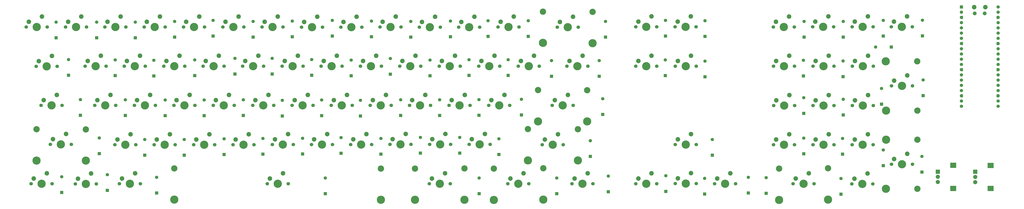
<source format=gbr>
%TF.GenerationSoftware,KiCad,Pcbnew,9.0.2*%
%TF.CreationDate,2025-07-26T17:38:45-10:00*%
%TF.ProjectId,Custom_Keyboard,43757374-6f6d-45f4-9b65-79626f617264,rev?*%
%TF.SameCoordinates,Original*%
%TF.FileFunction,Soldermask,Bot*%
%TF.FilePolarity,Negative*%
%FSLAX46Y46*%
G04 Gerber Fmt 4.6, Leading zero omitted, Abs format (unit mm)*
G04 Created by KiCad (PCBNEW 9.0.2) date 2025-07-26 17:38:45*
%MOMM*%
%LPD*%
G01*
G04 APERTURE LIST*
G04 Aperture macros list*
%AMRoundRect*
0 Rectangle with rounded corners*
0 $1 Rounding radius*
0 $2 $3 $4 $5 $6 $7 $8 $9 X,Y pos of 4 corners*
0 Add a 4 corners polygon primitive as box body*
4,1,4,$2,$3,$4,$5,$6,$7,$8,$9,$2,$3,0*
0 Add four circle primitives for the rounded corners*
1,1,$1+$1,$2,$3*
1,1,$1+$1,$4,$5*
1,1,$1+$1,$6,$7*
1,1,$1+$1,$8,$9*
0 Add four rect primitives between the rounded corners*
20,1,$1+$1,$2,$3,$4,$5,0*
20,1,$1+$1,$4,$5,$6,$7,0*
20,1,$1+$1,$6,$7,$8,$9,0*
20,1,$1+$1,$8,$9,$2,$3,0*%
%AMFreePoly0*
4,1,37,0.603843,0.796157,0.639018,0.796157,0.711114,0.766294,0.766294,0.711114,0.796157,0.639018,0.796157,0.603843,0.800000,0.600000,0.800000,-0.600000,0.796157,-0.603843,0.796157,-0.639018,0.766294,-0.711114,0.711114,-0.766294,0.639018,-0.796157,0.603843,-0.796157,0.600000,-0.800000,0.000000,-0.800000,0.000000,-0.796148,-0.078414,-0.796148,-0.232228,-0.765552,-0.377117,-0.705537,
-0.507515,-0.618408,-0.618408,-0.507515,-0.705537,-0.377117,-0.765552,-0.232228,-0.796148,-0.078414,-0.796148,0.078414,-0.765552,0.232228,-0.705537,0.377117,-0.618408,0.507515,-0.507515,0.618408,-0.377117,0.705537,-0.232228,0.765552,-0.078414,0.796148,0.000000,0.796148,0.000000,0.800000,0.600000,0.800000,0.603843,0.796157,0.603843,0.796157,$1*%
%AMFreePoly1*
4,1,37,0.000000,0.796148,0.078414,0.796148,0.232228,0.765552,0.377117,0.705537,0.507515,0.618408,0.618408,0.507515,0.705537,0.377117,0.765552,0.232228,0.796148,0.078414,0.796148,-0.078414,0.765552,-0.232228,0.705537,-0.377117,0.618408,-0.507515,0.507515,-0.618408,0.377117,-0.705537,0.232228,-0.765552,0.078414,-0.796148,0.000000,-0.796148,0.000000,-0.800000,-0.600000,-0.800000,
-0.603843,-0.796157,-0.639018,-0.796157,-0.711114,-0.766294,-0.766294,-0.711114,-0.796157,-0.639018,-0.796157,-0.603843,-0.800000,-0.600000,-0.800000,0.600000,-0.796157,0.603843,-0.796157,0.639018,-0.766294,0.711114,-0.711114,0.766294,-0.639018,0.796157,-0.603843,0.796157,-0.600000,0.800000,0.000000,0.800000,0.000000,0.796148,0.000000,0.796148,$1*%
G04 Aperture macros list end*
%ADD10C,1.700000*%
%ADD11C,4.000000*%
%ADD12C,2.200000*%
%ADD13RoundRect,0.250000X0.550000X-0.550000X0.550000X0.550000X-0.550000X0.550000X-0.550000X-0.550000X0*%
%ADD14C,1.600000*%
%ADD15C,3.048000*%
%ADD16C,3.987800*%
%ADD17R,2.000000X2.000000*%
%ADD18C,2.000000*%
%ADD19R,3.000000X2.500000*%
%ADD20RoundRect,0.250000X0.550000X0.550000X-0.550000X0.550000X-0.550000X-0.550000X0.550000X-0.550000X0*%
%ADD21C,1.850000*%
%ADD22RoundRect,0.200000X-0.600000X-0.600000X0.600000X-0.600000X0.600000X0.600000X-0.600000X0.600000X0*%
%ADD23FreePoly0,0.000000*%
%ADD24FreePoly1,0.000000*%
G04 APERTURE END LIST*
D10*
%TO.C,SW59*%
X31610000Y-93380000D03*
D11*
X36690000Y-93380000D03*
D10*
X41770000Y-93380000D03*
D12*
X39230000Y-88300000D03*
X32880000Y-90840000D03*
%TD*%
D13*
%TO.C,D66*%
X191750000Y-98150000D03*
D14*
X191750000Y-90530000D03*
%TD*%
D13*
%TO.C,D39*%
X396392400Y-60096400D03*
D14*
X396392400Y-52476400D03*
%TD*%
D13*
%TO.C,D59*%
X55320000Y-97840000D03*
D14*
X55320000Y-90220000D03*
%TD*%
D13*
%TO.C,D6*%
X129844800Y-41198800D03*
D14*
X129844800Y-33578800D03*
%TD*%
D15*
%TO.C,REF\u002A\u002A*%
X246430000Y-105155000D03*
D16*
X246430000Y-120365000D03*
%TD*%
D13*
%TO.C,D53*%
X239268000Y-79248000D03*
D14*
X239268000Y-71628000D03*
%TD*%
D10*
%TO.C,SW21*%
X438962800Y-36220400D03*
D11*
X444042800Y-36220400D03*
D10*
X449122800Y-36220400D03*
D12*
X446582800Y-31140400D03*
X440232800Y-33680400D03*
%TD*%
D15*
%TO.C,REF\u002A\u002A*%
X384590000Y-105145000D03*
D16*
X384590000Y-120355000D03*
%TD*%
D13*
%TO.C,D55*%
X299212000Y-78841600D03*
D14*
X299212000Y-71221600D03*
%TD*%
D15*
%TO.C,REF\u002A\u002A*%
X451555000Y-114950000D03*
D16*
X436345000Y-114950000D03*
%TD*%
D13*
%TO.C,D3*%
X72796400Y-41554400D03*
D14*
X72796400Y-33934400D03*
%TD*%
D10*
%TO.C,SW52*%
X205638400Y-74422000D03*
D11*
X210718400Y-74422000D03*
D10*
X215798400Y-74422000D03*
D12*
X213258400Y-69342000D03*
X206908400Y-71882000D03*
%TD*%
D10*
%TO.C,SW82*%
X284250000Y-112530000D03*
D11*
X289330000Y-112530000D03*
D10*
X294410000Y-112530000D03*
D12*
X291870000Y-107450000D03*
X285520000Y-109990000D03*
%TD*%
D10*
%TO.C,SW80*%
X215180000Y-112530000D03*
D11*
X220260000Y-112530000D03*
D10*
X225340000Y-112530000D03*
D12*
X222800000Y-107450000D03*
X216450000Y-109990000D03*
%TD*%
D15*
%TO.C,REF\u002A\u002A*%
X294230000Y-28935000D03*
D16*
X294230000Y-44145000D03*
%TD*%
D13*
%TO.C,D65*%
X172460000Y-97690000D03*
D14*
X172460000Y-90070000D03*
%TD*%
D10*
%TO.C,SW55*%
X274675600Y-74422000D03*
D11*
X279755600Y-74422000D03*
D10*
X284835600Y-74422000D03*
D12*
X282295600Y-69342000D03*
X275945600Y-71882000D03*
%TD*%
D13*
%TO.C,D84*%
X348550000Y-117500000D03*
D14*
X348550000Y-109880000D03*
%TD*%
D13*
%TO.C,D71*%
X352270000Y-98640000D03*
D14*
X352270000Y-91020000D03*
%TD*%
D10*
%TO.C,SW7*%
X134162800Y-36322000D03*
D11*
X139242800Y-36322000D03*
D10*
X144322800Y-36322000D03*
D12*
X141782800Y-31242000D03*
X135432800Y-33782000D03*
%TD*%
D10*
%TO.C,SW66*%
X177080000Y-93470000D03*
D11*
X182160000Y-93470000D03*
D10*
X187240000Y-93470000D03*
D12*
X184700000Y-88390000D03*
X178350000Y-90930000D03*
%TD*%
D13*
%TO.C,D57*%
X415645600Y-79095600D03*
D14*
X415645600Y-71475600D03*
%TD*%
D10*
%TO.C,SW49*%
X148742400Y-74422000D03*
D11*
X153822400Y-74422000D03*
D10*
X158902400Y-74422000D03*
D12*
X156362400Y-69342000D03*
X150012400Y-71882000D03*
%TD*%
D10*
%TO.C,SW43*%
X27127200Y-74422000D03*
D11*
X32207200Y-74422000D03*
D10*
X37287200Y-74422000D03*
D12*
X34747200Y-69342000D03*
X28397200Y-71882000D03*
%TD*%
D10*
%TO.C,SW51*%
X186537600Y-74422000D03*
D11*
X191617600Y-74422000D03*
D10*
X196697600Y-74422000D03*
D12*
X194157600Y-69342000D03*
X187807600Y-71882000D03*
%TD*%
D13*
%TO.C,D62*%
X115790000Y-98300000D03*
D14*
X115790000Y-90680000D03*
%TD*%
D15*
%TO.C,REF\u002A\u002A*%
X451505000Y-53010000D03*
D16*
X436295000Y-53010000D03*
%TD*%
D10*
%TO.C,SW36*%
X315214000Y-55372000D03*
D11*
X320294000Y-55372000D03*
D10*
X325374000Y-55372000D03*
D12*
X322834000Y-50292000D03*
X316484000Y-52832000D03*
%TD*%
D15*
%TO.C,REF\u002A\u002A*%
X451605000Y-91050000D03*
D16*
X436395000Y-91050000D03*
%TD*%
D15*
%TO.C,REF\u002A\u002A*%
X451605000Y-76910000D03*
D16*
X436395000Y-76910000D03*
%TD*%
D13*
%TO.C,D82*%
X301880000Y-116390000D03*
D14*
X301880000Y-108770000D03*
%TD*%
D10*
%TO.C,SW17*%
X391358000Y-112521200D03*
D11*
X396438000Y-112521200D03*
D10*
X401518000Y-112521200D03*
D12*
X398978000Y-107441200D03*
X392628000Y-109981200D03*
%TD*%
D13*
%TO.C,D43*%
X46228000Y-79197200D03*
D14*
X46228000Y-71577200D03*
%TD*%
D13*
%TO.C,D21*%
X453999600Y-40589200D03*
D14*
X453999600Y-32969200D03*
%TD*%
D13*
%TO.C,D33*%
X253390400Y-59842400D03*
D14*
X253390400Y-52222400D03*
%TD*%
D10*
%TO.C,SW77*%
X43700000Y-112560000D03*
D11*
X48780000Y-112560000D03*
D10*
X53860000Y-112560000D03*
D12*
X51320000Y-107480000D03*
X44970000Y-110020000D03*
%TD*%
D13*
%TO.C,D61*%
X96490000Y-98600000D03*
D14*
X96490000Y-90980000D03*
%TD*%
D13*
%TO.C,D18*%
X396697200Y-41198800D03*
D14*
X396697200Y-33578800D03*
%TD*%
D13*
%TO.C,D79*%
X164780000Y-117340000D03*
D14*
X164780000Y-109720000D03*
%TD*%
D15*
%TO.C,REF\u002A\u002A*%
X191700000Y-105105000D03*
D16*
X191700000Y-120315000D03*
%TD*%
D13*
%TO.C,D58*%
X434230000Y-73790000D03*
D14*
X434230000Y-66170000D03*
%TD*%
D13*
%TO.C,D80*%
X239350000Y-117320000D03*
D14*
X239350000Y-109700000D03*
%TD*%
D15*
%TO.C,REF\u002A\u002A*%
X270230000Y-28835000D03*
D16*
X270230000Y-44045000D03*
%TD*%
D13*
%TO.C,D34*%
X274370800Y-60299600D03*
D14*
X274370800Y-52679600D03*
%TD*%
D13*
%TO.C,D31*%
X215493600Y-59994800D03*
D14*
X215493600Y-52374800D03*
%TD*%
D10*
%TO.C,SW48*%
X129641600Y-74422000D03*
D11*
X134721600Y-74422000D03*
D10*
X139801600Y-74422000D03*
D12*
X137261600Y-69342000D03*
X130911600Y-71882000D03*
%TD*%
D13*
%TO.C,D16*%
X348742000Y-40894000D03*
D14*
X348742000Y-33274000D03*
%TD*%
D13*
%TO.C,D74*%
X435030000Y-103680000D03*
D14*
X435030000Y-96060000D03*
%TD*%
D13*
%TO.C,D24*%
X81737200Y-60096400D03*
D14*
X81737200Y-52476400D03*
%TD*%
D13*
%TO.C,D70*%
X293200000Y-99190000D03*
D14*
X293200000Y-91570000D03*
%TD*%
D10*
%TO.C,SW41*%
X420116000Y-55372000D03*
D11*
X425196000Y-55372000D03*
D10*
X430276000Y-55372000D03*
D12*
X427736000Y-50292000D03*
X421386000Y-52832000D03*
%TD*%
D13*
%TO.C,D40*%
X415594800Y-60401200D03*
D14*
X415594800Y-52781200D03*
%TD*%
D10*
%TO.C,SW31*%
X200914000Y-55372000D03*
D11*
X205994000Y-55372000D03*
D10*
X211074000Y-55372000D03*
D12*
X208534000Y-50292000D03*
X202184000Y-52832000D03*
%TD*%
D17*
%TO.C,SW86*%
X479590000Y-106700000D03*
D18*
X479590000Y-111700000D03*
X479590000Y-109200000D03*
D19*
X487090000Y-103600000D03*
X487090000Y-114800000D03*
%TD*%
D10*
%TO.C,SW73*%
X401030000Y-93550000D03*
D11*
X406110000Y-93550000D03*
D10*
X411190000Y-93550000D03*
D12*
X408650000Y-88470000D03*
X402300000Y-91010000D03*
%TD*%
D15*
%TO.C,REF\u002A\u002A*%
X262920000Y-85915000D03*
D16*
X262920000Y-101125000D03*
%TD*%
D10*
%TO.C,SW75*%
X439060000Y-102990000D03*
D11*
X444140000Y-102990000D03*
D10*
X449220000Y-102990000D03*
D12*
X446680000Y-97910000D03*
X440330000Y-100450000D03*
%TD*%
D10*
%TO.C,SW63*%
X120120000Y-93500000D03*
D11*
X125200000Y-93500000D03*
D10*
X130280000Y-93500000D03*
D12*
X127740000Y-88420000D03*
X121390000Y-90960000D03*
%TD*%
D10*
%TO.C,SW3*%
X58013600Y-36322000D03*
D11*
X63093600Y-36322000D03*
D10*
X68173600Y-36322000D03*
D12*
X65633600Y-31242000D03*
X59283600Y-33782000D03*
%TD*%
D10*
%TO.C,SW13*%
X248462800Y-36322000D03*
D11*
X253542800Y-36322000D03*
D10*
X258622800Y-36322000D03*
D12*
X256082800Y-31242000D03*
X249732800Y-33782000D03*
%TD*%
D15*
%TO.C,REF\u002A\u002A*%
X408340000Y-105005000D03*
D16*
X408340000Y-120215000D03*
%TD*%
D15*
%TO.C,REF\u002A\u002A*%
X48830000Y-86065000D03*
D16*
X48830000Y-101275000D03*
%TD*%
D10*
%TO.C,SW2*%
X38963600Y-36322000D03*
D11*
X44043600Y-36322000D03*
D10*
X49123600Y-36322000D03*
D12*
X46583600Y-31242000D03*
X40233600Y-33782000D03*
%TD*%
D13*
%TO.C,D49*%
X163017200Y-79400400D03*
D14*
X163017200Y-71780400D03*
%TD*%
D10*
%TO.C,SW64*%
X139170000Y-93470000D03*
D11*
X144250000Y-93470000D03*
D10*
X149330000Y-93470000D03*
D12*
X146790000Y-88390000D03*
X140440000Y-90930000D03*
%TD*%
D13*
%TO.C,D1*%
X34442400Y-41554400D03*
D14*
X34442400Y-33934400D03*
%TD*%
D10*
%TO.C,SW4*%
X77063600Y-36322000D03*
D11*
X82143600Y-36322000D03*
D10*
X87223600Y-36322000D03*
D12*
X84683600Y-31242000D03*
X78333600Y-33782000D03*
%TD*%
D10*
%TO.C,SW27*%
X124764800Y-55372000D03*
D11*
X129844800Y-55372000D03*
D10*
X134924800Y-55372000D03*
D12*
X132384800Y-50292000D03*
X126034800Y-52832000D03*
%TD*%
D10*
%TO.C,SW61*%
X81920000Y-93500000D03*
D11*
X87000000Y-93500000D03*
D10*
X92080000Y-93500000D03*
D12*
X89540000Y-88420000D03*
X83190000Y-90960000D03*
%TD*%
D13*
%TO.C,D68*%
X229900000Y-97560000D03*
D14*
X229900000Y-89940000D03*
%TD*%
D10*
%TO.C,SW19*%
X400862800Y-36220400D03*
D11*
X405942800Y-36220400D03*
D10*
X411022800Y-36220400D03*
D12*
X408482800Y-31140400D03*
X402132800Y-33680400D03*
%TD*%
D13*
%TO.C,D85*%
X369700000Y-116960000D03*
D14*
X369700000Y-109340000D03*
%TD*%
D10*
%TO.C,SW76*%
X22290000Y-112490000D03*
D11*
X27370000Y-112490000D03*
D10*
X32450000Y-112490000D03*
D12*
X29910000Y-107410000D03*
X23560000Y-109950000D03*
%TD*%
D10*
%TO.C,SW8*%
X153263600Y-36372800D03*
D11*
X158343600Y-36372800D03*
D10*
X163423600Y-36372800D03*
D12*
X160883600Y-31292800D03*
X154533600Y-33832800D03*
%TD*%
D13*
%TO.C,D47*%
X125069600Y-79298800D03*
D14*
X125069600Y-71678800D03*
%TD*%
D13*
%TO.C,D52*%
X220218000Y-79349600D03*
D14*
X220218000Y-71729600D03*
%TD*%
D15*
%TO.C,REF\u002A\u002A*%
X270380000Y-105005000D03*
D16*
X270380000Y-120215000D03*
%TD*%
D15*
%TO.C,REF\u002A\u002A*%
X91660000Y-105020050D03*
D16*
X91660000Y-120230050D03*
%TD*%
D13*
%TO.C,D5*%
X110490000Y-40741600D03*
D14*
X110490000Y-33121600D03*
%TD*%
D13*
%TO.C,D73*%
X415360000Y-98120000D03*
D14*
X415360000Y-90500000D03*
%TD*%
D10*
%TO.C,SW14*%
X277164800Y-36372800D03*
D11*
X282244800Y-36372800D03*
D10*
X287324800Y-36372800D03*
D12*
X284784800Y-31292800D03*
X278434800Y-33832800D03*
%TD*%
D10*
%TO.C,SW37*%
X334314800Y-55372000D03*
D11*
X339394800Y-55372000D03*
D10*
X344474800Y-55372000D03*
D12*
X341934800Y-50292000D03*
X335584800Y-52832000D03*
%TD*%
D10*
%TO.C,SW33*%
X239115600Y-55372000D03*
D11*
X244195600Y-55372000D03*
D10*
X249275600Y-55372000D03*
D12*
X246735600Y-50292000D03*
X240385600Y-52832000D03*
%TD*%
D13*
%TO.C,D83*%
X329770000Y-116230000D03*
D14*
X329770000Y-108610000D03*
%TD*%
D10*
%TO.C,SW46*%
X91490800Y-74422000D03*
D11*
X96570800Y-74422000D03*
D10*
X101650800Y-74422000D03*
D12*
X99110800Y-69342000D03*
X92760800Y-71882000D03*
%TD*%
D13*
%TO.C,D51*%
X201269600Y-79349600D03*
D14*
X201269600Y-71729600D03*
%TD*%
D13*
%TO.C,D35*%
X297484800Y-60299600D03*
D14*
X297484800Y-52679600D03*
%TD*%
D10*
%TO.C,SW6*%
X115163600Y-36322000D03*
D11*
X120243600Y-36322000D03*
D10*
X125323600Y-36322000D03*
D12*
X122783600Y-31242000D03*
X116433600Y-33782000D03*
%TD*%
D13*
%TO.C,D29*%
X177342800Y-59994800D03*
D14*
X177342800Y-52374800D03*
%TD*%
D13*
%TO.C,D2*%
X54102000Y-41554400D03*
D14*
X54102000Y-33934400D03*
%TD*%
D13*
%TO.C,D63*%
X134630000Y-98150000D03*
D14*
X134630000Y-90530000D03*
%TD*%
D13*
%TO.C,D15*%
X329539600Y-40741600D03*
D14*
X329539600Y-33121600D03*
%TD*%
D10*
%TO.C,SW84*%
X334340000Y-112460000D03*
D11*
X339420000Y-112460000D03*
D10*
X344500000Y-112460000D03*
D12*
X341960000Y-107380000D03*
X335610000Y-109920000D03*
%TD*%
D13*
%TO.C,D37*%
X348691200Y-60502800D03*
D14*
X348691200Y-52882800D03*
%TD*%
D10*
%TO.C,SW56*%
X381965200Y-74472800D03*
D11*
X387045200Y-74472800D03*
D10*
X392125200Y-74472800D03*
D12*
X389585200Y-69392800D03*
X383235200Y-71932800D03*
%TD*%
D10*
%TO.C,SW83*%
X315200000Y-112490000D03*
D11*
X320280000Y-112490000D03*
D10*
X325360000Y-112490000D03*
D12*
X322820000Y-107410000D03*
X316470000Y-109950000D03*
%TD*%
D10*
%TO.C,SW40*%
X401015200Y-55372000D03*
D11*
X406095200Y-55372000D03*
D10*
X411175200Y-55372000D03*
D12*
X408635200Y-50292000D03*
X402285200Y-52832000D03*
%TD*%
D13*
%TO.C,D27*%
X139090400Y-59131200D03*
D14*
X139090400Y-51511200D03*
%TD*%
D13*
%TO.C,D78*%
X83100000Y-116980000D03*
D14*
X83100000Y-109360000D03*
%TD*%
D10*
%TO.C,SW70*%
X269850000Y-93520000D03*
D11*
X274930000Y-93520000D03*
D10*
X280010000Y-93520000D03*
D12*
X277470000Y-88440000D03*
X271120000Y-90980000D03*
%TD*%
D17*
%TO.C,SW87*%
X461470000Y-106650000D03*
D18*
X461470000Y-111650000D03*
X461470000Y-109150000D03*
D19*
X468970000Y-103550000D03*
X468970000Y-114750000D03*
%TD*%
D10*
%TO.C,SW58*%
X420116000Y-74523600D03*
D11*
X425196000Y-74523600D03*
D10*
X430276000Y-74523600D03*
D12*
X427736000Y-69443600D03*
X421386000Y-71983600D03*
%TD*%
D20*
%TO.C,D41*%
X438930000Y-46070000D03*
D14*
X431310000Y-46070000D03*
%TD*%
D10*
%TO.C,SW29*%
X162814000Y-55372000D03*
D11*
X167894000Y-55372000D03*
D10*
X172974000Y-55372000D03*
D12*
X170434000Y-50292000D03*
X164084000Y-52832000D03*
%TD*%
D13*
%TO.C,D17*%
X378320000Y-117190000D03*
D14*
X378320000Y-109570000D03*
%TD*%
D13*
%TO.C,D81*%
X276900000Y-117300000D03*
D14*
X276900000Y-109680000D03*
%TD*%
D13*
%TO.C,D38*%
X414540000Y-117560000D03*
D14*
X414540000Y-109940000D03*
%TD*%
D10*
%TO.C,SW25*%
X86563200Y-55372000D03*
D11*
X91643200Y-55372000D03*
D10*
X96723200Y-55372000D03*
D12*
X94183200Y-50292000D03*
X87833200Y-52832000D03*
%TD*%
D13*
%TO.C,D11*%
X225399600Y-41046400D03*
D14*
X225399600Y-33426400D03*
%TD*%
D13*
%TO.C,D12*%
X243636800Y-40894000D03*
D14*
X243636800Y-33274000D03*
%TD*%
D13*
%TO.C,D10*%
X206248000Y-41198800D03*
D14*
X206248000Y-33578800D03*
%TD*%
D13*
%TO.C,D76*%
X37160000Y-116760000D03*
D14*
X37160000Y-109140000D03*
%TD*%
D10*
%TO.C,SW85*%
X353350000Y-112530000D03*
D11*
X358430000Y-112530000D03*
D10*
X363510000Y-112530000D03*
D12*
X360970000Y-107450000D03*
X354620000Y-109990000D03*
%TD*%
D10*
%TO.C,SW5*%
X96113600Y-36322000D03*
D11*
X101193600Y-36322000D03*
D10*
X106273600Y-36322000D03*
D12*
X103733600Y-31242000D03*
X97383600Y-33782000D03*
%TD*%
%TO.C,A1*%
X479055000Y-26660000D03*
D21*
X479355000Y-29690000D03*
X484205000Y-29690000D03*
D12*
X484505000Y-26660000D03*
D22*
X472890000Y-26530000D03*
D14*
X472890000Y-29070000D03*
D23*
X472890000Y-31610000D03*
D14*
X472890000Y-34150000D03*
X472890000Y-36690000D03*
X472890000Y-39230000D03*
X472890000Y-41770000D03*
D23*
X472890000Y-44310000D03*
D14*
X472890000Y-46850000D03*
X472890000Y-49390000D03*
X472890000Y-51930000D03*
X472890000Y-54470000D03*
D23*
X472890000Y-57010000D03*
D14*
X472890000Y-59550000D03*
X472890000Y-62090000D03*
X472890000Y-64630000D03*
X472890000Y-67170000D03*
D23*
X472890000Y-69710000D03*
D14*
X472890000Y-72250000D03*
X472890000Y-74790000D03*
X490670000Y-74790000D03*
X490670000Y-72250000D03*
D24*
X490670000Y-69710000D03*
D14*
X490670000Y-67170000D03*
X490670000Y-64630000D03*
X490670000Y-62090000D03*
X490670000Y-59550000D03*
D24*
X490670000Y-57010000D03*
D14*
X490670000Y-54470000D03*
X490670000Y-51930000D03*
X490670000Y-49390000D03*
X490670000Y-46850000D03*
D24*
X490670000Y-44310000D03*
D14*
X490670000Y-41770000D03*
X490670000Y-39230000D03*
X490670000Y-36690000D03*
X490670000Y-34150000D03*
D24*
X490670000Y-31610000D03*
D14*
X490670000Y-29070000D03*
X490670000Y-26530000D03*
%TD*%
D13*
%TO.C,D67*%
X210910000Y-97570000D03*
D14*
X210910000Y-89950000D03*
%TD*%
D15*
%TO.C,REF\u002A\u002A*%
X232240000Y-105055000D03*
D16*
X232240000Y-120265000D03*
%TD*%
D13*
%TO.C,D7*%
X148844000Y-41046400D03*
D14*
X148844000Y-33426400D03*
%TD*%
D10*
%TO.C,SW26*%
X105664000Y-55372000D03*
D11*
X110744000Y-55372000D03*
D10*
X115824000Y-55372000D03*
D12*
X113284000Y-50292000D03*
X106934000Y-52832000D03*
%TD*%
D13*
%TO.C,D30*%
X196342000Y-59283600D03*
D14*
X196342000Y-51663600D03*
%TD*%
D13*
%TO.C,D9*%
X187198000Y-41046400D03*
D14*
X187198000Y-33426400D03*
%TD*%
D10*
%TO.C,SW68*%
X215320000Y-93410000D03*
D11*
X220400000Y-93410000D03*
D10*
X225480000Y-93410000D03*
D12*
X222940000Y-88330000D03*
X216590000Y-90870000D03*
%TD*%
D13*
%TO.C,D25*%
X101600000Y-59944000D03*
D14*
X101600000Y-52324000D03*
%TD*%
D10*
%TO.C,SW18*%
X381812800Y-36271200D03*
D11*
X386892800Y-36271200D03*
D10*
X391972800Y-36271200D03*
D12*
X389432800Y-31191200D03*
X383082800Y-33731200D03*
%TD*%
D10*
%TO.C,SW78*%
X65110000Y-112530000D03*
D11*
X70190000Y-112530000D03*
D10*
X75270000Y-112530000D03*
D12*
X72730000Y-107450000D03*
X66380000Y-109990000D03*
%TD*%
D13*
%TO.C,D46*%
X106172000Y-79400400D03*
D14*
X106172000Y-71780400D03*
%TD*%
D10*
%TO.C,SW45*%
X72339200Y-74422000D03*
D11*
X77419200Y-74422000D03*
D10*
X82499200Y-74422000D03*
D12*
X79959200Y-69342000D03*
X73609200Y-71882000D03*
%TD*%
D13*
%TO.C,D77*%
X59220000Y-115700000D03*
D14*
X59220000Y-108080000D03*
%TD*%
D13*
%TO.C,D64*%
X153770000Y-97990000D03*
D14*
X153770000Y-90370000D03*
%TD*%
D13*
%TO.C,D36*%
X329488800Y-59944000D03*
D14*
X329488800Y-52324000D03*
%TD*%
D13*
%TO.C,D54*%
X259791200Y-79044800D03*
D14*
X259791200Y-71424800D03*
%TD*%
D10*
%TO.C,SW38*%
X419790000Y-112570000D03*
D11*
X424870000Y-112570000D03*
D10*
X429950000Y-112570000D03*
D12*
X427410000Y-107490000D03*
X421060000Y-110030000D03*
%TD*%
D10*
%TO.C,SW71*%
X334300000Y-93450000D03*
D11*
X339380000Y-93450000D03*
D10*
X344460000Y-93450000D03*
D12*
X341920000Y-88370000D03*
X335570000Y-90910000D03*
%TD*%
D15*
%TO.C,REF\u002A\u002A*%
X291680000Y-67015000D03*
D16*
X291680000Y-82225000D03*
%TD*%
D13*
%TO.C,D72*%
X396580000Y-97920000D03*
D14*
X396580000Y-90300000D03*
%TD*%
D13*
%TO.C,D4*%
X91795600Y-41198800D03*
D14*
X91795600Y-33578800D03*
%TD*%
D10*
%TO.C,SW23*%
X48463200Y-55372000D03*
D11*
X53543200Y-55372000D03*
D10*
X58623200Y-55372000D03*
D12*
X56083200Y-50292000D03*
X49733200Y-52832000D03*
%TD*%
D13*
%TO.C,D69*%
X248890000Y-98320000D03*
D14*
X248890000Y-90700000D03*
%TD*%
D10*
%TO.C,SW1*%
X19910000Y-36322000D03*
D11*
X24990000Y-36322000D03*
D10*
X30070000Y-36322000D03*
D12*
X27530000Y-31242000D03*
X21180000Y-33782000D03*
%TD*%
D10*
%TO.C,SW28*%
X143865600Y-55372000D03*
D11*
X148945600Y-55372000D03*
D10*
X154025600Y-55372000D03*
D12*
X151485600Y-50292000D03*
X145135600Y-52832000D03*
%TD*%
D10*
%TO.C,SW57*%
X401015200Y-74472800D03*
D11*
X406095200Y-74472800D03*
D10*
X411175200Y-74472800D03*
D12*
X408635200Y-69392800D03*
X402285200Y-71932800D03*
%TD*%
D13*
%TO.C,D50*%
X181813200Y-79552800D03*
D14*
X181813200Y-71932800D03*
%TD*%
D10*
%TO.C,SW30*%
X181813200Y-55372000D03*
D11*
X186893200Y-55372000D03*
D10*
X191973200Y-55372000D03*
D12*
X189433200Y-50292000D03*
X183083200Y-52832000D03*
%TD*%
D13*
%TO.C,D23*%
X63042800Y-59944000D03*
D14*
X63042800Y-52324000D03*
%TD*%
D10*
%TO.C,SW34*%
X258267200Y-55372000D03*
D11*
X263347200Y-55372000D03*
D10*
X268427200Y-55372000D03*
D12*
X265887200Y-50292000D03*
X259537200Y-52832000D03*
%TD*%
D15*
%TO.C,REF\u002A\u002A*%
X267830000Y-66975000D03*
D16*
X267830000Y-82185000D03*
%TD*%
D10*
%TO.C,SW16*%
X334213200Y-36220400D03*
D11*
X339293200Y-36220400D03*
D10*
X344373200Y-36220400D03*
D12*
X341833200Y-31140400D03*
X335483200Y-33680400D03*
%TD*%
D13*
%TO.C,D20*%
X435102000Y-40741600D03*
D14*
X435102000Y-33121600D03*
%TD*%
D10*
%TO.C,SW60*%
X62850000Y-93530000D03*
D11*
X67930000Y-93530000D03*
D10*
X73010000Y-93530000D03*
D12*
X70470000Y-88450000D03*
X64120000Y-90990000D03*
%TD*%
D15*
%TO.C,REF\u002A\u002A*%
X287160000Y-85965000D03*
D16*
X287160000Y-101175000D03*
%TD*%
D13*
%TO.C,D22*%
X40436800Y-59740800D03*
D14*
X40436800Y-52120800D03*
%TD*%
D13*
%TO.C,D44*%
X67919600Y-79298800D03*
D14*
X67919600Y-71678800D03*
%TD*%
D13*
%TO.C,D8*%
X168198800Y-40741600D03*
D14*
X168198800Y-33121600D03*
%TD*%
D10*
%TO.C,SW9*%
X172313600Y-36372800D03*
D11*
X177393600Y-36372800D03*
D10*
X182473600Y-36372800D03*
D12*
X179933600Y-31292800D03*
X173583600Y-33832800D03*
%TD*%
D13*
%TO.C,D28*%
X158242000Y-59791600D03*
D14*
X158242000Y-52171600D03*
%TD*%
D10*
%TO.C,SW47*%
X110540800Y-74422000D03*
D11*
X115620800Y-74422000D03*
D10*
X120700800Y-74422000D03*
D12*
X118160800Y-69342000D03*
X111810800Y-71882000D03*
%TD*%
D10*
%TO.C,SW79*%
X136700000Y-112530000D03*
D11*
X141780000Y-112530000D03*
D10*
X146860000Y-112530000D03*
D12*
X144320000Y-107450000D03*
X137970000Y-109990000D03*
%TD*%
D10*
%TO.C,SW69*%
X234460000Y-93410000D03*
D11*
X239540000Y-93410000D03*
D10*
X244620000Y-93410000D03*
D12*
X242080000Y-88330000D03*
X235730000Y-90870000D03*
%TD*%
D13*
%TO.C,D56*%
X396580000Y-78282800D03*
D14*
X396580000Y-70662800D03*
%TD*%
D10*
%TO.C,SW32*%
X220014800Y-55372000D03*
D11*
X225094800Y-55372000D03*
D10*
X230174800Y-55372000D03*
D12*
X227634800Y-50292000D03*
X221284800Y-52832000D03*
%TD*%
D10*
%TO.C,SW81*%
X253230000Y-112490000D03*
D11*
X258310000Y-112490000D03*
D10*
X263390000Y-112490000D03*
D12*
X260850000Y-107410000D03*
X254500000Y-109950000D03*
%TD*%
D10*
%TO.C,SW67*%
X196170000Y-93410000D03*
D11*
X201250000Y-93410000D03*
D10*
X206330000Y-93410000D03*
D12*
X203790000Y-88330000D03*
X197440000Y-90870000D03*
%TD*%
D10*
%TO.C,SW24*%
X67411600Y-55372000D03*
D11*
X72491600Y-55372000D03*
D10*
X77571600Y-55372000D03*
D12*
X75031600Y-50292000D03*
X68681600Y-52832000D03*
%TD*%
D10*
%TO.C,SW10*%
X191312800Y-36322000D03*
D11*
X196392800Y-36322000D03*
D10*
X201472800Y-36322000D03*
D12*
X198932800Y-31242000D03*
X192582800Y-33782000D03*
%TD*%
D13*
%TO.C,D13*%
X263144000Y-40894000D03*
D14*
X263144000Y-33274000D03*
%TD*%
D10*
%TO.C,SW50*%
X167690800Y-74422000D03*
D11*
X172770800Y-74422000D03*
D10*
X177850800Y-74422000D03*
D12*
X175310800Y-69342000D03*
X168960800Y-71882000D03*
%TD*%
D13*
%TO.C,D75*%
X453820000Y-106800000D03*
D14*
X453820000Y-99180000D03*
%TD*%
D10*
%TO.C,SW35*%
X281838400Y-55372000D03*
D11*
X286918400Y-55372000D03*
D10*
X291998400Y-55372000D03*
D12*
X289458400Y-50292000D03*
X283108400Y-52832000D03*
%TD*%
D13*
%TO.C,D19*%
X415645600Y-41249600D03*
D14*
X415645600Y-33629600D03*
%TD*%
D10*
%TO.C,SW12*%
X229412800Y-36372800D03*
D11*
X234492800Y-36372800D03*
D10*
X239572800Y-36372800D03*
D12*
X237032800Y-31292800D03*
X230682800Y-33832800D03*
%TD*%
D15*
%TO.C,REF\u002A\u002A*%
X24910000Y-86035000D03*
D16*
X24910000Y-101245000D03*
%TD*%
D10*
%TO.C,SW22*%
X24790400Y-55422800D03*
D11*
X29870400Y-55422800D03*
D10*
X34950400Y-55422800D03*
D12*
X32410400Y-50342800D03*
X26060400Y-52882800D03*
%TD*%
D10*
%TO.C,SW42*%
X439064400Y-64922400D03*
D11*
X444144400Y-64922400D03*
D10*
X449224400Y-64922400D03*
D12*
X446684400Y-59842400D03*
X440334400Y-62382400D03*
%TD*%
D10*
%TO.C,SW54*%
X243941600Y-74422000D03*
D11*
X249021600Y-74422000D03*
D10*
X254101600Y-74422000D03*
D12*
X251561600Y-69342000D03*
X245211600Y-71882000D03*
%TD*%
D13*
%TO.C,D14*%
X300532800Y-41249600D03*
D14*
X300532800Y-33629600D03*
%TD*%
D13*
%TO.C,D26*%
X121005600Y-59182000D03*
D14*
X121005600Y-51562000D03*
%TD*%
D10*
%TO.C,SW11*%
X210362800Y-36372800D03*
D11*
X215442800Y-36372800D03*
D10*
X220522800Y-36372800D03*
D12*
X217982800Y-31292800D03*
X211632800Y-33832800D03*
%TD*%
D10*
%TO.C,SW20*%
X420014400Y-36220400D03*
D11*
X425094400Y-36220400D03*
D10*
X430174400Y-36220400D03*
D12*
X427634400Y-31140400D03*
X421284400Y-33680400D03*
%TD*%
D13*
%TO.C,D60*%
X77350000Y-98600000D03*
D14*
X77350000Y-90980000D03*
%TD*%
D10*
%TO.C,SW72*%
X381930000Y-93550000D03*
D11*
X387010000Y-93550000D03*
D10*
X392090000Y-93550000D03*
D12*
X389550000Y-88470000D03*
X383200000Y-91010000D03*
%TD*%
D13*
%TO.C,D32*%
X234442000Y-59842400D03*
D14*
X234442000Y-52222400D03*
%TD*%
D10*
%TO.C,SW65*%
X158160000Y-93440000D03*
D11*
X163240000Y-93440000D03*
D10*
X168320000Y-93440000D03*
D12*
X165780000Y-88360000D03*
X159430000Y-90900000D03*
%TD*%
D15*
%TO.C,REF\u002A\u002A*%
X208240000Y-105105000D03*
D16*
X208240000Y-120315000D03*
%TD*%
D13*
%TO.C,D48*%
X143967200Y-79552800D03*
D14*
X143967200Y-71932800D03*
%TD*%
D10*
%TO.C,SW44*%
X53136800Y-74422000D03*
D11*
X58216800Y-74422000D03*
D10*
X63296800Y-74422000D03*
D12*
X60756800Y-69342000D03*
X54406800Y-71882000D03*
%TD*%
D10*
%TO.C,SW15*%
X315163200Y-36220400D03*
D11*
X320243200Y-36220400D03*
D10*
X325323200Y-36220400D03*
D12*
X322783200Y-31140400D03*
X316433200Y-33680400D03*
%TD*%
D13*
%TO.C,D42*%
X454406000Y-69646800D03*
D14*
X454406000Y-62026800D03*
%TD*%
D13*
%TO.C,D45*%
X87223600Y-79400400D03*
D14*
X87223600Y-71780400D03*
%TD*%
D10*
%TO.C,SW39*%
X381914400Y-55372000D03*
D11*
X386994400Y-55372000D03*
D10*
X392074400Y-55372000D03*
D12*
X389534400Y-50292000D03*
X383184400Y-52832000D03*
%TD*%
D10*
%TO.C,SW53*%
X224790000Y-74422000D03*
D11*
X229870000Y-74422000D03*
D10*
X234950000Y-74422000D03*
D12*
X232410000Y-69342000D03*
X226060000Y-71882000D03*
%TD*%
D10*
%TO.C,SW62*%
X101090000Y-93500000D03*
D11*
X106170000Y-93500000D03*
D10*
X111250000Y-93500000D03*
D12*
X108710000Y-88420000D03*
X102360000Y-90960000D03*
%TD*%
D10*
%TO.C,SW74*%
X420040000Y-93550000D03*
D11*
X425120000Y-93550000D03*
D10*
X430200000Y-93550000D03*
D12*
X427660000Y-88470000D03*
X421310000Y-91010000D03*
%TD*%
M02*

</source>
